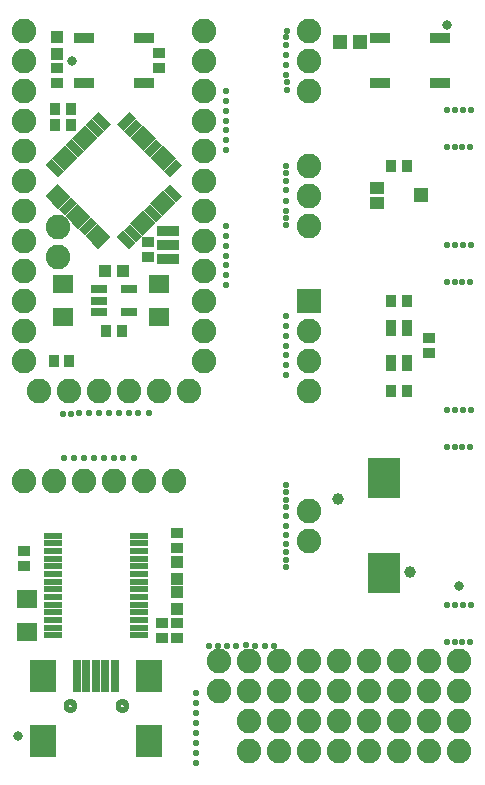
<source format=gbr>
G04 EAGLE Gerber RS-274X export*
G75*
%MOMM*%
%FSLAX34Y34*%
%LPD*%
%INSoldermask Top*%
%IPPOS*%
%AMOC8*
5,1,8,0,0,1.08239X$1,22.5*%
G01*
%ADD10C,0.584200*%
%ADD11R,1.103200X0.903200*%
%ADD12R,1.803200X1.603200*%
%ADD13R,0.903200X1.103200*%
%ADD14R,1.003200X1.003200*%
%ADD15R,1.727200X0.965200*%
%ADD16R,1.403200X0.753200*%
%ADD17C,2.082800*%
%ADD18R,1.903200X0.903200*%
%ADD19R,1.473200X0.762000*%
%ADD20R,0.762000X1.473200*%
%ADD21C,0.410000*%
%ADD22R,0.703200X2.703200*%
%ADD23R,2.203200X2.703200*%
%ADD24R,1.600200X0.551200*%
%ADD25R,0.903200X1.403200*%
%ADD26R,2.703200X3.403200*%
%ADD27C,1.003200*%
%ADD28R,1.303200X1.003200*%
%ADD29R,1.303200X1.203200*%
%ADD30R,2.082800X2.082800*%
%ADD31C,0.838200*%


D10*
X192532Y101600D03*
X208534Y101600D03*
X216662Y101600D03*
X200406Y101854D03*
X224282Y101600D03*
X52578Y297942D03*
X45720Y297942D03*
X169164Y101600D03*
X177292Y101600D03*
X184912Y101600D03*
X234950Y187706D03*
X234950Y180594D03*
X234950Y225044D03*
X234950Y218694D03*
X234950Y463550D03*
X234950Y457962D03*
X234696Y501904D03*
X234696Y507746D03*
X235204Y578612D03*
X235204Y572262D03*
X234950Y616458D03*
X235204Y622046D03*
X234950Y237744D03*
X234950Y231394D03*
X234950Y174244D03*
X234950Y167894D03*
X377952Y555244D03*
X384556Y555244D03*
X390906Y555244D03*
X371348Y555244D03*
X377444Y524002D03*
X384048Y524002D03*
X390398Y524002D03*
X370840Y524002D03*
X377952Y440944D03*
X384556Y440944D03*
X390906Y440944D03*
X371348Y440944D03*
X377444Y409702D03*
X384048Y409702D03*
X390398Y409702D03*
X370840Y409702D03*
X377952Y301244D03*
X384556Y301244D03*
X390906Y301244D03*
X371348Y301244D03*
X377444Y270002D03*
X384048Y270002D03*
X390398Y270002D03*
X370840Y270002D03*
X377952Y136144D03*
X384556Y136144D03*
X390906Y136144D03*
X371348Y136144D03*
X377444Y104902D03*
X384048Y104902D03*
X390398Y104902D03*
X370840Y104902D03*
D11*
X118110Y443380D03*
X118110Y430380D03*
D12*
X127000Y407700D03*
X127000Y379700D03*
D13*
X82400Y368300D03*
X95400Y368300D03*
D14*
X81400Y419100D03*
X96400Y419100D03*
D11*
X127000Y603400D03*
X127000Y590400D03*
D15*
X63500Y615950D03*
X114300Y615950D03*
X63500Y577850D03*
X114300Y577850D03*
D13*
X39220Y556260D03*
X52220Y556260D03*
X39220Y542290D03*
X52220Y542290D03*
D11*
X40640Y577700D03*
X40640Y590700D03*
D14*
X40640Y617100D03*
X40640Y602100D03*
D16*
X75899Y403200D03*
X75899Y393700D03*
X75899Y384200D03*
X101901Y384200D03*
X101901Y403200D03*
D12*
X45720Y407700D03*
X45720Y379700D03*
D17*
X12700Y342900D03*
X12700Y368300D03*
X12700Y393700D03*
X12700Y419100D03*
X12700Y444500D03*
X12700Y469900D03*
X12700Y495300D03*
X12700Y520700D03*
X12700Y546100D03*
X12700Y571500D03*
X12700Y596900D03*
X12700Y622300D03*
X165100Y622300D03*
X165100Y596900D03*
X165100Y571500D03*
X165100Y546100D03*
X165100Y520700D03*
X165100Y495300D03*
X165100Y469900D03*
X165100Y444500D03*
X165100Y419100D03*
X165100Y393700D03*
X165100Y368300D03*
X165100Y342900D03*
D18*
X134620Y452690D03*
X134620Y440690D03*
X134620Y428690D03*
D17*
X41910Y455930D03*
X41910Y430530D03*
D19*
G36*
X96940Y453050D02*
X107356Y442634D01*
X101968Y437246D01*
X91552Y447662D01*
X96940Y453050D01*
G37*
G36*
X102597Y458707D02*
X113013Y448291D01*
X107625Y442903D01*
X97209Y453319D01*
X102597Y458707D01*
G37*
G36*
X108254Y464363D02*
X118670Y453947D01*
X113282Y448559D01*
X102866Y458975D01*
X108254Y464363D01*
G37*
G36*
X113911Y470020D02*
X124327Y459604D01*
X118939Y454216D01*
X108523Y464632D01*
X113911Y470020D01*
G37*
G36*
X119568Y475677D02*
X129984Y465261D01*
X124596Y459873D01*
X114180Y470289D01*
X119568Y475677D01*
G37*
G36*
X125225Y481334D02*
X135641Y470918D01*
X130253Y465530D01*
X119837Y475946D01*
X125225Y481334D01*
G37*
G36*
X130881Y486991D02*
X141297Y476575D01*
X135909Y471187D01*
X125493Y481603D01*
X130881Y486991D01*
G37*
G36*
X136538Y492648D02*
X146954Y482232D01*
X141566Y476844D01*
X131150Y487260D01*
X136538Y492648D01*
G37*
D20*
G36*
X141566Y513756D02*
X146954Y508368D01*
X136538Y497952D01*
X131150Y503340D01*
X141566Y513756D01*
G37*
G36*
X135909Y519413D02*
X141297Y514025D01*
X130881Y503609D01*
X125493Y508997D01*
X135909Y519413D01*
G37*
G36*
X130253Y525070D02*
X135641Y519682D01*
X125225Y509266D01*
X119837Y514654D01*
X130253Y525070D01*
G37*
G36*
X124596Y530727D02*
X129984Y525339D01*
X119568Y514923D01*
X114180Y520311D01*
X124596Y530727D01*
G37*
G36*
X118939Y536384D02*
X124327Y530996D01*
X113911Y520580D01*
X108523Y525968D01*
X118939Y536384D01*
G37*
G36*
X113282Y542041D02*
X118670Y536653D01*
X108254Y526237D01*
X102866Y531625D01*
X113282Y542041D01*
G37*
G36*
X107625Y547697D02*
X113013Y542309D01*
X102597Y531893D01*
X97209Y537281D01*
X107625Y547697D01*
G37*
G36*
X101968Y553354D02*
X107356Y547966D01*
X96940Y537550D01*
X91552Y542938D01*
X101968Y553354D01*
G37*
D19*
G36*
X75832Y553354D02*
X86248Y542938D01*
X80860Y537550D01*
X70444Y547966D01*
X75832Y553354D01*
G37*
G36*
X70175Y547697D02*
X80591Y537281D01*
X75203Y531893D01*
X64787Y542309D01*
X70175Y547697D01*
G37*
G36*
X64518Y542041D02*
X74934Y531625D01*
X69546Y526237D01*
X59130Y536653D01*
X64518Y542041D01*
G37*
G36*
X58861Y536384D02*
X69277Y525968D01*
X63889Y520580D01*
X53473Y530996D01*
X58861Y536384D01*
G37*
G36*
X53204Y530727D02*
X63620Y520311D01*
X58232Y514923D01*
X47816Y525339D01*
X53204Y530727D01*
G37*
G36*
X47547Y525070D02*
X57963Y514654D01*
X52575Y509266D01*
X42159Y519682D01*
X47547Y525070D01*
G37*
G36*
X41891Y519413D02*
X52307Y508997D01*
X46919Y503609D01*
X36503Y514025D01*
X41891Y519413D01*
G37*
G36*
X36234Y513756D02*
X46650Y503340D01*
X41262Y497952D01*
X30846Y508368D01*
X36234Y513756D01*
G37*
D20*
G36*
X41262Y492648D02*
X46650Y487260D01*
X36234Y476844D01*
X30846Y482232D01*
X41262Y492648D01*
G37*
G36*
X46919Y486991D02*
X52307Y481603D01*
X41891Y471187D01*
X36503Y476575D01*
X46919Y486991D01*
G37*
G36*
X52575Y481334D02*
X57963Y475946D01*
X47547Y465530D01*
X42159Y470918D01*
X52575Y481334D01*
G37*
G36*
X58232Y475677D02*
X63620Y470289D01*
X53204Y459873D01*
X47816Y465261D01*
X58232Y475677D01*
G37*
G36*
X63889Y470020D02*
X69277Y464632D01*
X58861Y454216D01*
X53473Y459604D01*
X63889Y470020D01*
G37*
G36*
X69546Y464363D02*
X74934Y458975D01*
X64518Y448559D01*
X59130Y453947D01*
X69546Y464363D01*
G37*
G36*
X75203Y458707D02*
X80591Y453319D01*
X70175Y442903D01*
X64787Y448291D01*
X75203Y458707D01*
G37*
G36*
X80860Y453050D02*
X86248Y447662D01*
X75832Y437246D01*
X70444Y442634D01*
X80860Y453050D01*
G37*
D17*
X25400Y317500D03*
X50800Y317500D03*
X76200Y317500D03*
X101600Y317500D03*
X127000Y317500D03*
X152400Y317500D03*
D13*
X37950Y342900D03*
X50950Y342900D03*
D11*
X129540Y120800D03*
X129540Y107800D03*
D12*
X15240Y141000D03*
X15240Y113000D03*
D11*
X12700Y181760D03*
X12700Y168760D03*
D21*
X48160Y50800D02*
X48162Y50918D01*
X48168Y51036D01*
X48178Y51154D01*
X48192Y51271D01*
X48210Y51388D01*
X48232Y51505D01*
X48257Y51620D01*
X48287Y51734D01*
X48321Y51848D01*
X48358Y51960D01*
X48399Y52071D01*
X48444Y52180D01*
X48492Y52288D01*
X48544Y52394D01*
X48600Y52499D01*
X48659Y52601D01*
X48721Y52701D01*
X48787Y52799D01*
X48856Y52895D01*
X48929Y52989D01*
X49004Y53080D01*
X49083Y53168D01*
X49164Y53254D01*
X49249Y53337D01*
X49336Y53417D01*
X49425Y53494D01*
X49518Y53568D01*
X49612Y53638D01*
X49709Y53706D01*
X49809Y53770D01*
X49910Y53831D01*
X50013Y53888D01*
X50119Y53942D01*
X50226Y53993D01*
X50334Y54039D01*
X50444Y54082D01*
X50556Y54121D01*
X50669Y54157D01*
X50783Y54188D01*
X50898Y54216D01*
X51013Y54240D01*
X51130Y54260D01*
X51247Y54276D01*
X51365Y54288D01*
X51483Y54296D01*
X51601Y54300D01*
X51719Y54300D01*
X51837Y54296D01*
X51955Y54288D01*
X52073Y54276D01*
X52190Y54260D01*
X52307Y54240D01*
X52422Y54216D01*
X52537Y54188D01*
X52651Y54157D01*
X52764Y54121D01*
X52876Y54082D01*
X52986Y54039D01*
X53094Y53993D01*
X53201Y53942D01*
X53307Y53888D01*
X53410Y53831D01*
X53511Y53770D01*
X53611Y53706D01*
X53708Y53638D01*
X53802Y53568D01*
X53895Y53494D01*
X53984Y53417D01*
X54071Y53337D01*
X54156Y53254D01*
X54237Y53168D01*
X54316Y53080D01*
X54391Y52989D01*
X54464Y52895D01*
X54533Y52799D01*
X54599Y52701D01*
X54661Y52601D01*
X54720Y52499D01*
X54776Y52394D01*
X54828Y52288D01*
X54876Y52180D01*
X54921Y52071D01*
X54962Y51960D01*
X54999Y51848D01*
X55033Y51734D01*
X55063Y51620D01*
X55088Y51505D01*
X55110Y51388D01*
X55128Y51271D01*
X55142Y51154D01*
X55152Y51036D01*
X55158Y50918D01*
X55160Y50800D01*
X55158Y50682D01*
X55152Y50564D01*
X55142Y50446D01*
X55128Y50329D01*
X55110Y50212D01*
X55088Y50095D01*
X55063Y49980D01*
X55033Y49866D01*
X54999Y49752D01*
X54962Y49640D01*
X54921Y49529D01*
X54876Y49420D01*
X54828Y49312D01*
X54776Y49206D01*
X54720Y49101D01*
X54661Y48999D01*
X54599Y48899D01*
X54533Y48801D01*
X54464Y48705D01*
X54391Y48611D01*
X54316Y48520D01*
X54237Y48432D01*
X54156Y48346D01*
X54071Y48263D01*
X53984Y48183D01*
X53895Y48106D01*
X53802Y48032D01*
X53708Y47962D01*
X53611Y47894D01*
X53511Y47830D01*
X53410Y47769D01*
X53307Y47712D01*
X53201Y47658D01*
X53094Y47607D01*
X52986Y47561D01*
X52876Y47518D01*
X52764Y47479D01*
X52651Y47443D01*
X52537Y47412D01*
X52422Y47384D01*
X52307Y47360D01*
X52190Y47340D01*
X52073Y47324D01*
X51955Y47312D01*
X51837Y47304D01*
X51719Y47300D01*
X51601Y47300D01*
X51483Y47304D01*
X51365Y47312D01*
X51247Y47324D01*
X51130Y47340D01*
X51013Y47360D01*
X50898Y47384D01*
X50783Y47412D01*
X50669Y47443D01*
X50556Y47479D01*
X50444Y47518D01*
X50334Y47561D01*
X50226Y47607D01*
X50119Y47658D01*
X50013Y47712D01*
X49910Y47769D01*
X49809Y47830D01*
X49709Y47894D01*
X49612Y47962D01*
X49518Y48032D01*
X49425Y48106D01*
X49336Y48183D01*
X49249Y48263D01*
X49164Y48346D01*
X49083Y48432D01*
X49004Y48520D01*
X48929Y48611D01*
X48856Y48705D01*
X48787Y48801D01*
X48721Y48899D01*
X48659Y48999D01*
X48600Y49101D01*
X48544Y49206D01*
X48492Y49312D01*
X48444Y49420D01*
X48399Y49529D01*
X48358Y49640D01*
X48321Y49752D01*
X48287Y49866D01*
X48257Y49980D01*
X48232Y50095D01*
X48210Y50212D01*
X48192Y50329D01*
X48178Y50446D01*
X48168Y50564D01*
X48162Y50682D01*
X48160Y50800D01*
X92160Y50800D02*
X92162Y50918D01*
X92168Y51036D01*
X92178Y51154D01*
X92192Y51271D01*
X92210Y51388D01*
X92232Y51505D01*
X92257Y51620D01*
X92287Y51734D01*
X92321Y51848D01*
X92358Y51960D01*
X92399Y52071D01*
X92444Y52180D01*
X92492Y52288D01*
X92544Y52394D01*
X92600Y52499D01*
X92659Y52601D01*
X92721Y52701D01*
X92787Y52799D01*
X92856Y52895D01*
X92929Y52989D01*
X93004Y53080D01*
X93083Y53168D01*
X93164Y53254D01*
X93249Y53337D01*
X93336Y53417D01*
X93425Y53494D01*
X93518Y53568D01*
X93612Y53638D01*
X93709Y53706D01*
X93809Y53770D01*
X93910Y53831D01*
X94013Y53888D01*
X94119Y53942D01*
X94226Y53993D01*
X94334Y54039D01*
X94444Y54082D01*
X94556Y54121D01*
X94669Y54157D01*
X94783Y54188D01*
X94898Y54216D01*
X95013Y54240D01*
X95130Y54260D01*
X95247Y54276D01*
X95365Y54288D01*
X95483Y54296D01*
X95601Y54300D01*
X95719Y54300D01*
X95837Y54296D01*
X95955Y54288D01*
X96073Y54276D01*
X96190Y54260D01*
X96307Y54240D01*
X96422Y54216D01*
X96537Y54188D01*
X96651Y54157D01*
X96764Y54121D01*
X96876Y54082D01*
X96986Y54039D01*
X97094Y53993D01*
X97201Y53942D01*
X97307Y53888D01*
X97410Y53831D01*
X97511Y53770D01*
X97611Y53706D01*
X97708Y53638D01*
X97802Y53568D01*
X97895Y53494D01*
X97984Y53417D01*
X98071Y53337D01*
X98156Y53254D01*
X98237Y53168D01*
X98316Y53080D01*
X98391Y52989D01*
X98464Y52895D01*
X98533Y52799D01*
X98599Y52701D01*
X98661Y52601D01*
X98720Y52499D01*
X98776Y52394D01*
X98828Y52288D01*
X98876Y52180D01*
X98921Y52071D01*
X98962Y51960D01*
X98999Y51848D01*
X99033Y51734D01*
X99063Y51620D01*
X99088Y51505D01*
X99110Y51388D01*
X99128Y51271D01*
X99142Y51154D01*
X99152Y51036D01*
X99158Y50918D01*
X99160Y50800D01*
X99158Y50682D01*
X99152Y50564D01*
X99142Y50446D01*
X99128Y50329D01*
X99110Y50212D01*
X99088Y50095D01*
X99063Y49980D01*
X99033Y49866D01*
X98999Y49752D01*
X98962Y49640D01*
X98921Y49529D01*
X98876Y49420D01*
X98828Y49312D01*
X98776Y49206D01*
X98720Y49101D01*
X98661Y48999D01*
X98599Y48899D01*
X98533Y48801D01*
X98464Y48705D01*
X98391Y48611D01*
X98316Y48520D01*
X98237Y48432D01*
X98156Y48346D01*
X98071Y48263D01*
X97984Y48183D01*
X97895Y48106D01*
X97802Y48032D01*
X97708Y47962D01*
X97611Y47894D01*
X97511Y47830D01*
X97410Y47769D01*
X97307Y47712D01*
X97201Y47658D01*
X97094Y47607D01*
X96986Y47561D01*
X96876Y47518D01*
X96764Y47479D01*
X96651Y47443D01*
X96537Y47412D01*
X96422Y47384D01*
X96307Y47360D01*
X96190Y47340D01*
X96073Y47324D01*
X95955Y47312D01*
X95837Y47304D01*
X95719Y47300D01*
X95601Y47300D01*
X95483Y47304D01*
X95365Y47312D01*
X95247Y47324D01*
X95130Y47340D01*
X95013Y47360D01*
X94898Y47384D01*
X94783Y47412D01*
X94669Y47443D01*
X94556Y47479D01*
X94444Y47518D01*
X94334Y47561D01*
X94226Y47607D01*
X94119Y47658D01*
X94013Y47712D01*
X93910Y47769D01*
X93809Y47830D01*
X93709Y47894D01*
X93612Y47962D01*
X93518Y48032D01*
X93425Y48106D01*
X93336Y48183D01*
X93249Y48263D01*
X93164Y48346D01*
X93083Y48432D01*
X93004Y48520D01*
X92929Y48611D01*
X92856Y48705D01*
X92787Y48801D01*
X92721Y48899D01*
X92659Y48999D01*
X92600Y49101D01*
X92544Y49206D01*
X92492Y49312D01*
X92444Y49420D01*
X92399Y49529D01*
X92358Y49640D01*
X92321Y49752D01*
X92287Y49866D01*
X92257Y49980D01*
X92232Y50095D01*
X92210Y50212D01*
X92192Y50329D01*
X92178Y50446D01*
X92168Y50564D01*
X92162Y50682D01*
X92160Y50800D01*
D22*
X73660Y75800D03*
X65660Y75800D03*
X89660Y75800D03*
X81660Y75800D03*
D23*
X118660Y20800D03*
X28660Y20800D03*
X118660Y75800D03*
X28660Y75800D03*
D22*
X57660Y75800D03*
D24*
X110220Y194650D03*
X110220Y188150D03*
X110220Y181650D03*
X110220Y175150D03*
X110220Y168650D03*
X110220Y162150D03*
X110220Y155650D03*
X110220Y142650D03*
X110220Y149150D03*
X110220Y136150D03*
X110220Y129650D03*
X110220Y123150D03*
X110220Y116650D03*
X110220Y110150D03*
X37100Y194650D03*
X37100Y188150D03*
X37100Y181650D03*
X37100Y175150D03*
X37100Y168650D03*
X37100Y162150D03*
X37100Y155650D03*
X37100Y149150D03*
X37100Y142650D03*
X37100Y136150D03*
X37100Y129650D03*
X37100Y123150D03*
X37100Y116650D03*
X37100Y110150D03*
D11*
X142240Y184000D03*
X142240Y197000D03*
X142240Y120800D03*
X142240Y107800D03*
D14*
X142240Y157600D03*
X142240Y172600D03*
X142240Y147200D03*
X142240Y132200D03*
D17*
X139700Y241300D03*
X114300Y241300D03*
X88900Y241300D03*
X63500Y241300D03*
X38100Y241300D03*
X12700Y241300D03*
D15*
X313944Y615950D03*
X364744Y615950D03*
X313944Y577850D03*
X364744Y577850D03*
D25*
X323200Y370600D03*
X337200Y370600D03*
X323200Y340600D03*
X337200Y340600D03*
D13*
X323700Y317500D03*
X336700Y317500D03*
D11*
X355600Y349100D03*
X355600Y362100D03*
D13*
X323700Y393700D03*
X336700Y393700D03*
D26*
X317500Y163200D03*
X317500Y243200D03*
D27*
X340000Y164200D03*
X278500Y225700D03*
D28*
X311500Y489100D03*
X311500Y476100D03*
D29*
X348800Y482700D03*
D13*
X323700Y508000D03*
X336700Y508000D03*
D30*
X254000Y393700D03*
D17*
X254000Y368300D03*
X254000Y342900D03*
X254000Y317500D03*
X254000Y190500D03*
X254000Y215900D03*
X254000Y457200D03*
X254000Y482600D03*
X254000Y508000D03*
D10*
X234950Y211582D03*
X234950Y203200D03*
X234950Y194818D03*
X67818Y298450D03*
X76200Y298450D03*
X84582Y298450D03*
X92964Y298450D03*
X101346Y298450D03*
X109728Y298450D03*
X59436Y298450D03*
X118364Y298450D03*
X55118Y260350D03*
X63500Y260350D03*
X71882Y260350D03*
X80264Y260350D03*
X88646Y260350D03*
X97028Y260350D03*
X46736Y260350D03*
X105664Y260350D03*
X234950Y338836D03*
X234950Y347218D03*
X234950Y355600D03*
X234950Y363982D03*
X234950Y372364D03*
X234950Y380746D03*
X234950Y330454D03*
X184150Y529336D03*
X184150Y537718D03*
X184150Y546100D03*
X184150Y554482D03*
X184150Y562864D03*
X184150Y571246D03*
X184150Y520954D03*
X234950Y469900D03*
X234950Y478282D03*
X234950Y486918D03*
X234950Y495300D03*
X184150Y415036D03*
X184150Y423418D03*
X184150Y431800D03*
X184150Y440182D03*
X184150Y448564D03*
X184150Y456946D03*
X184150Y406654D03*
D31*
X53340Y596900D03*
X381000Y152400D03*
D29*
X280044Y612648D03*
X297044Y612648D03*
D10*
X234950Y584454D03*
X234950Y592836D03*
X234950Y601472D03*
X234950Y609854D03*
D17*
X254000Y571500D03*
X254000Y596900D03*
X254000Y622300D03*
D31*
X7620Y25400D03*
X370840Y627380D03*
D10*
X158750Y52832D03*
X158750Y44450D03*
X158750Y36068D03*
X158750Y27686D03*
X158750Y19304D03*
X158750Y10922D03*
X158750Y61214D03*
X158750Y2286D03*
D17*
X381000Y12700D03*
X355600Y12700D03*
X330200Y12700D03*
X304800Y12700D03*
X279400Y12700D03*
X254000Y12700D03*
X228600Y12700D03*
X203200Y12700D03*
X381000Y38100D03*
X355600Y38100D03*
X330200Y38100D03*
X304800Y38100D03*
X279400Y38100D03*
X254000Y38100D03*
X228600Y38100D03*
X203200Y38100D03*
X381000Y88900D03*
X355600Y88900D03*
X330200Y88900D03*
X304800Y88900D03*
X279400Y88900D03*
X254000Y88900D03*
X228600Y88900D03*
X203200Y88900D03*
X177800Y63500D03*
X177800Y88900D03*
X381000Y63500D03*
X355600Y63500D03*
X330200Y63500D03*
X304800Y63500D03*
X279400Y63500D03*
X254000Y63500D03*
X228600Y63500D03*
X203200Y63500D03*
M02*

</source>
